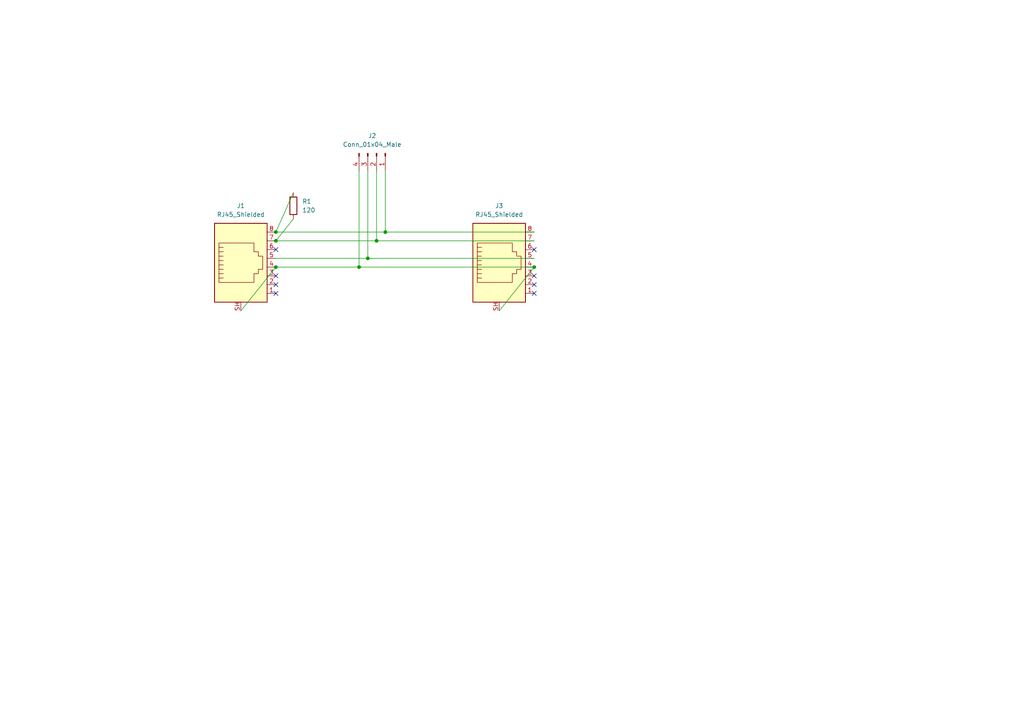
<source format=kicad_sch>
(kicad_sch (version 20211123) (generator eeschema)
  (paper "A4")
  (lib_symbols
    (symbol "Connector:Conn_01x04_Male" (pin_names (offset 1.016) hide)
      (property "Reference" "J" (at 0 5.08 0))
      (property "Value" "Conn_01x04_Male" (at 0 -7.62 0))
      (symbol "Conn_01x04_Male_1_1"
        (polyline (pts (xy 1.27 -5.08) (xy 0.8636 -5.08)) (stroke (width 0.1524)))
        (polyline (pts (xy 1.27 -2.54) (xy 0.8636 -2.54)) (stroke (width 0.1524)))
        (polyline (pts (xy 1.27 0) (xy 0.8636 0)) (stroke (width 0.1524)))
        (polyline (pts (xy 1.27 2.54) (xy 0.8636 2.54)) (stroke (width 0.1524)))
        (rectangle (start 0.8636 -4.953) (end 0 -5.207) (stroke (width 0.1524)) (fill (type outline)))
        (rectangle (start 0.8636 -2.413) (end 0 -2.667) (stroke (width 0.1524)) (fill (type outline)))
        (rectangle (start 0.8636 0.127) (end 0 -0.127) (stroke (width 0.1524)) (fill (type outline)))
        (rectangle (start 0.8636 2.667) (end 0 2.413) (stroke (width 0.1524)) (fill (type outline)))
        (pin passive line (at 5.08 2.54 180) (length 3.81) (name "Pin_1") (number "1"))
        (pin passive line (at 5.08 0 180) (length 3.81) (name "Pin_2") (number "2"))
        (pin passive line (at 5.08 -2.54 180) (length 3.81) (name "Pin_3") (number "3"))
        (pin passive line (at 5.08 -5.08 180) (length 3.81) (name "Pin_4") (number "4"))
      )
    )
    (symbol "Connector:RJ45_Shielded" (pin_names (offset 1.016))
      (property "Reference" "J" (at -5.08 13.97 0))
      (property "Value" "RJ45_Shielded" (at 2.54 13.97 0))
      (symbol "RJ45_Shielded_0_1"
        (polyline (pts (xy -5.08 4.445) (xy -6.35 4.445)))
        (polyline (pts (xy -5.08 5.715) (xy -6.35 5.715)))
        (polyline (pts (xy -6.35 -3.175) (xy -5.08 -3.175) (xy -5.08 -3.175)))
        (polyline (pts (xy -6.35 -1.905) (xy -5.08 -1.905) (xy -5.08 -1.905)))
        (polyline (pts (xy -6.35 -0.635) (xy -5.08 -0.635) (xy -5.08 -0.635)))
        (polyline (pts (xy -6.35 0.635) (xy -5.08 0.635) (xy -5.08 0.635)))
        (polyline (pts (xy -6.35 1.905) (xy -5.08 1.905) (xy -5.08 1.905)))
        (polyline (pts (xy -5.08 3.175) (xy -6.35 3.175) (xy -6.35 3.175)))
        (polyline (pts (xy -6.35 -4.445) (xy -6.35 6.985) (xy 3.81 6.985) (xy 3.81 4.445) (xy 5.08 4.445) (xy 5.08 3.175) (xy 6.35 3.175) (xy 6.35 -0.635) (xy 5.08 -0.635) (xy 5.08 -1.905) (xy 3.81 -1.905) (xy 3.81 -4.445) (xy -6.35 -4.445) (xy -6.35 -4.445)))
        (rectangle (start 7.62 12.7) (end -7.62 -10.16) (stroke (width 0.254)) (fill (type background)))
      )
      (symbol "RJ45_Shielded_1_1"
        (pin passive line (at 10.16 -7.62 180) (length 2.54) (name "~") (number "1"))
        (pin passive line (at 10.16 -5.08 180) (length 2.54) (name "~") (number "2"))
        (pin passive line (at 10.16 -2.54 180) (length 2.54) (name "~") (number "3"))
        (pin passive line (at 10.16 0 180) (length 2.54) (name "~") (number "4"))
        (pin passive line (at 10.16 2.54 180) (length 2.54) (name "~") (number "5"))
        (pin passive line (at 10.16 5.08 180) (length 2.54) (name "~") (number "6"))
        (pin passive line (at 10.16 7.62 180) (length 2.54) (name "~") (number "7"))
        (pin passive line (at 10.16 10.16 180) (length 2.54) (name "~") (number "8"))
        (pin passive line (at 0 -12.7 90) (length 2.54) (name "~") (number "SH"))
      )
    )
    (symbol "Device:R" (pin_numbers hide) (pin_names (offset 0))
      (property "Reference" "R" (at 2.032 0 90))
      (property "Value" "R" (at 0 0 90))
      (symbol "R_0_1"
        (rectangle (start -1.016 -2.54) (end 1.016 2.54) (stroke (width 0.254)))
      )
      (symbol "R_1_1"
        (pin passive line (at 0 3.81 270) (length 1.27) (name "~") (number "1"))
        (pin passive line (at 0 -3.81 90) (length 1.27) (name "~") (number "2"))
      )
    )
  )
  (junction (at 80.01 69.85))
  (junction (at 104.14 77.47))
  (junction (at 111.76 67.31))
  (junction (at 154.94 77.47))
  (junction (at 109.22 69.85))
  (junction (at 106.68 74.93))
  (junction (at 80.01 67.31))
  (junction (at 80.01 77.47))
  (no_connect (at 154.94 85.09))
  (no_connect (at 154.94 80.01))
  (no_connect (at 154.94 82.55))
  (no_connect (at 154.94 72.39))
  (no_connect (at 80.01 82.55))
  (no_connect (at 80.01 80.01))
  (no_connect (at 80.01 85.09))
  (no_connect (at 80.01 72.39))
  (wire (pts (xy 85.09 55.88) (xy 80.01 67.31)))
  (wire (pts (xy 109.22 69.85) (xy 154.94 69.85)))
  (wire (pts (xy 106.68 49.53) (xy 106.68 74.93)))
  (wire (pts (xy 106.68 74.93) (xy 154.94 74.93)))
  (wire (pts (xy 154.94 77.47) (xy 144.78 90.17)))
  (wire (pts (xy 80.01 77.47) (xy 104.14 77.47)))
  (wire (pts (xy 104.14 77.47) (xy 154.94 77.47)))
  (wire (pts (xy 109.22 49.53) (xy 109.22 69.85)))
  (wire (pts (xy 85.09 63.5) (xy 80.01 69.85)))
  (wire (pts (xy 111.76 67.31) (xy 154.94 67.31)))
  (wire (pts (xy 80.01 77.47) (xy 69.85 90.17)))
  (wire (pts (xy 104.14 49.53) (xy 104.14 77.47)))
  (wire (pts (xy 80.01 74.93) (xy 106.68 74.93)))
  (wire (pts (xy 80.01 69.85) (xy 109.22 69.85)))
  (wire (pts (xy 80.01 67.31) (xy 111.76 67.31)))
  (wire (pts (xy 111.76 49.53) (xy 111.76 67.31)))
  (symbol (lib_id "Device:R") (at 85.09 59.69 0) (unit 1)
    (property "Reference" "R1" (at 87.63 58.4199 0) (effects (justify left)))
    (property "Value" "120" (at 87.63 60.9599 0) (effects (justify left)))
    (property "Footprint" "Resistor_SMD:R_2010_5025Metric" (effects hide))
  )
  (symbol (lib_id "Connector:Conn_01x04_Male") (at 109.22 44.45 270) (unit 1)
    (property "Reference" "J2" (at 107.95 39.37 90))
    (property "Value" "Conn_01x04_Male" (at 107.95 41.91 90))
    (property "Footprint" "TerminalBlock:TerminalBlock_bornier-4_P5.08mm" (effects hide))
  )
  (symbol (lib_id "Connector:RJ45_Shielded") (at 69.85 77.47 0) (unit 1)
    (property "Reference" "J1" (at 69.85 59.69 0))
    (property "Value" "RJ45_Shielded" (at 69.85 62.23 0))
    (property "Footprint" "Connector_RJ:RJ45_Ninigi_GE" (effects hide))
  )
  (symbol (lib_id "Connector:RJ45_Shielded") (at 144.78 77.47 0) (unit 1)
    (property "Reference" "J3" (at 144.78 59.69 0))
    (property "Value" "RJ45_Shielded" (at 144.78 62.23 0))
    (property "Footprint" "Connector_RJ:RJ45_Ninigi_GE" (effects hide))
  )
)
</source>
